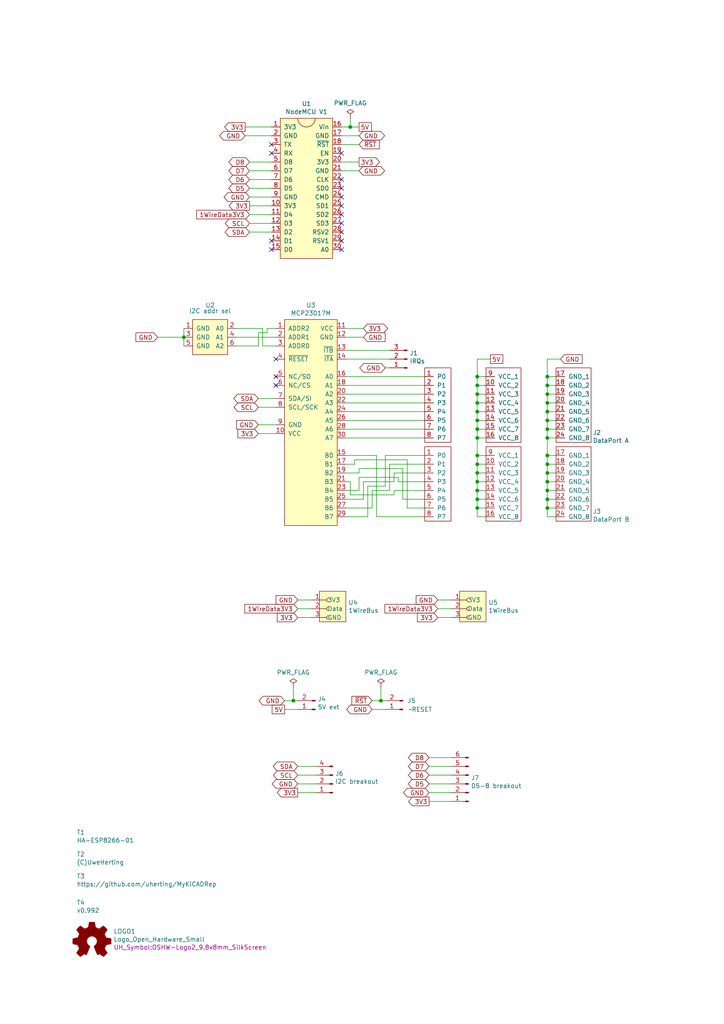
<source format=kicad_sch>
(kicad_sch (version 20210126) (generator eeschema)
  (paper "A4" portrait)
  (title_block (title "HA Std board #01") (date "2020-01-26") (rev "0.992"))
  (lib_symbols
    (symbol "Connector:Conn_01x02_Male" (pin_names (offset 1.016) hide)
      (property "Reference" "J" (at 0 2.54 0))
      (property "Value" "Conn_01x02_Male" (at 0 -5.08 0))
      (symbol "Conn_01x02_Male_1_1"
        (rectangle (start 0.8636 -2.413) (end 0 -2.667) (stroke (width 0.1524)) (fill (type outline)))
        (rectangle (start 0.8636 0.127) (end 0 -0.127) (stroke (width 0.1524)) (fill (type outline)))
        (polyline (pts (xy 1.27 -2.54) (xy 0.8636 -2.54)) (stroke (width 0.1524)))
        (polyline (pts (xy 1.27 0) (xy 0.8636 0)) (stroke (width 0.1524)))
        (pin passive line (at 5.08 0 180) (length 3.81) (name "Pin_1") (number "1"))
        (pin passive line (at 5.08 -2.54 180) (length 3.81) (name "Pin_2") (number "2"))
      )
    )
    (symbol "Connector:Conn_01x03_Male" (pin_names (offset 1.016) hide)
      (property "Reference" "J" (at 0 5.08 0))
      (property "Value" "Conn_01x03_Male" (at 0 -5.08 0))
      (symbol "Conn_01x03_Male_1_1"
        (rectangle (start 0.8636 -2.413) (end 0 -2.667) (stroke (width 0.1524)) (fill (type outline)))
        (rectangle (start 0.8636 0.127) (end 0 -0.127) (stroke (width 0.1524)) (fill (type outline)))
        (rectangle (start 0.8636 2.667) (end 0 2.413) (stroke (width 0.1524)) (fill (type outline)))
        (polyline (pts (xy 1.27 -2.54) (xy 0.8636 -2.54)) (stroke (width 0.1524)))
        (polyline (pts (xy 1.27 0) (xy 0.8636 0)) (stroke (width 0.1524)))
        (polyline (pts (xy 1.27 2.54) (xy 0.8636 2.54)) (stroke (width 0.1524)))
        (pin passive line (at 5.08 2.54 180) (length 3.81) (name "Pin_1") (number "1"))
        (pin passive line (at 5.08 0 180) (length 3.81) (name "Pin_2") (number "2"))
        (pin passive line (at 5.08 -2.54 180) (length 3.81) (name "Pin_3") (number "3"))
      )
    )
    (symbol "Connector:Conn_01x04_Male" (pin_names (offset 1.016) hide)
      (property "Reference" "J" (at 0 5.08 0))
      (property "Value" "Conn_01x04_Male" (at 0 -7.62 0))
      (symbol "Conn_01x04_Male_1_1"
        (rectangle (start 0.8636 -4.953) (end 0 -5.207) (stroke (width 0.1524)) (fill (type outline)))
        (rectangle (start 0.8636 -2.413) (end 0 -2.667) (stroke (width 0.1524)) (fill (type outline)))
        (rectangle (start 0.8636 0.127) (end 0 -0.127) (stroke (width 0.1524)) (fill (type outline)))
        (rectangle (start 0.8636 2.667) (end 0 2.413) (stroke (width 0.1524)) (fill (type outline)))
        (polyline (pts (xy 1.27 -5.08) (xy 0.8636 -5.08)) (stroke (width 0.1524)))
        (polyline (pts (xy 1.27 -2.54) (xy 0.8636 -2.54)) (stroke (width 0.1524)))
        (polyline (pts (xy 1.27 0) (xy 0.8636 0)) (stroke (width 0.1524)))
        (polyline (pts (xy 1.27 2.54) (xy 0.8636 2.54)) (stroke (width 0.1524)))
        (pin passive line (at 5.08 2.54 180) (length 3.81) (name "Pin_1") (number "1"))
        (pin passive line (at 5.08 0 180) (length 3.81) (name "Pin_2") (number "2"))
        (pin passive line (at 5.08 -2.54 180) (length 3.81) (name "Pin_3") (number "3"))
        (pin passive line (at 5.08 -5.08 180) (length 3.81) (name "Pin_4") (number "4"))
      )
    )
    (symbol "Connector:Conn_01x06_Male" (pin_names (offset 1.016) hide)
      (property "Reference" "J" (at 0 7.62 0))
      (property "Value" "Conn_01x06_Male" (at 0 -10.16 0))
      (symbol "Conn_01x06_Male_1_1"
        (rectangle (start 0.8636 -7.493) (end 0 -7.747) (stroke (width 0.1524)) (fill (type outline)))
        (rectangle (start 0.8636 -4.953) (end 0 -5.207) (stroke (width 0.1524)) (fill (type outline)))
        (rectangle (start 0.8636 -2.413) (end 0 -2.667) (stroke (width 0.1524)) (fill (type outline)))
        (rectangle (start 0.8636 0.127) (end 0 -0.127) (stroke (width 0.1524)) (fill (type outline)))
        (rectangle (start 0.8636 2.667) (end 0 2.413) (stroke (width 0.1524)) (fill (type outline)))
        (rectangle (start 0.8636 5.207) (end 0 4.953) (stroke (width 0.1524)) (fill (type outline)))
        (polyline (pts (xy 1.27 -7.62) (xy 0.8636 -7.62)) (stroke (width 0.1524)))
        (polyline (pts (xy 1.27 -5.08) (xy 0.8636 -5.08)) (stroke (width 0.1524)))
        (polyline (pts (xy 1.27 -2.54) (xy 0.8636 -2.54)) (stroke (width 0.1524)))
        (polyline (pts (xy 1.27 0) (xy 0.8636 0)) (stroke (width 0.1524)))
        (polyline (pts (xy 1.27 2.54) (xy 0.8636 2.54)) (stroke (width 0.1524)))
        (polyline (pts (xy 1.27 5.08) (xy 0.8636 5.08)) (stroke (width 0.1524)))
        (pin passive line (at 5.08 5.08 180) (length 3.81) (name "Pin_1") (number "1"))
        (pin passive line (at 5.08 2.54 180) (length 3.81) (name "Pin_2") (number "2"))
        (pin passive line (at 5.08 0 180) (length 3.81) (name "Pin_3") (number "3"))
        (pin passive line (at 5.08 -2.54 180) (length 3.81) (name "Pin_4") (number "4"))
        (pin passive line (at 5.08 -5.08 180) (length 3.81) (name "Pin_5") (number "5"))
        (pin passive line (at 5.08 -7.62 180) (length 3.81) (name "Pin_6") (number "6"))
      )
    )
    (symbol "UH_HA:(C)UweHerting" (pin_numbers hide) (pin_names (offset 0) hide)
      (property "Reference" "T" (at 0 1.27 0))
      (property "Value" "(C)UweHerting" (at 0 -2.54 0))
    )
    (symbol "UH_HA:1WireBus" (pin_names (offset 1.016))
      (property "Reference" "U" (at 0 6.35 0))
      (property "Value" "1WireBus" (at 0 -5.08 0))
      (symbol "1WireBus_0_1"
        (rectangle (start -2.54 5.08) (end 5.08 -3.81) (fill (type background)))
      )
      (symbol "1WireBus_1_1"
        (arc (start 0 -2.032) (end 0 -3.048) (radius (at 0 -2.54) (length 0.508) (angles 90.1 -90.1)) (stroke (width 0.1524)))
        (arc (start 0 0.508) (end 0 -0.508) (radius (at 0 0) (length 0.508) (angles 90.1 -90.1)) (stroke (width 0.1524)))
        (arc (start 0 3.048) (end 0 2.032) (radius (at 0 2.54) (length 0.508) (angles 90.1 -90.1)) (stroke (width 0.1524)))
        (polyline (pts (xy -1.27 -2.54) (xy -0.508 -2.54)) (stroke (width 0.1524)))
        (polyline (pts (xy -1.27 0) (xy -0.508 0)) (stroke (width 0.1524)))
        (polyline (pts (xy -1.27 2.54) (xy -0.508 2.54)) (stroke (width 0.1524)))
        (pin power_in line (at -5.08 2.54 0) (length 3.81) (name "3V3") (number "1"))
        (pin bidirectional line (at -5.08 0 0) (length 3.81) (name "Data") (number "2"))
        (pin power_in line (at -5.08 -2.54 0) (length 3.81) (name "GND") (number "3"))
      )
    )
    (symbol "UH_HA:DataPort_WithPower" (pin_names (offset 1.016))
      (property "Reference" "J" (at 0 13.97 0))
      (property "Value" "DataPort_WithPower" (at 0 -13.97 0))
      (symbol "DataPort_WithPower_0_1"
        (rectangle (start -17.78 11.43) (end -10.16 -10.16))
        (rectangle (start 0 11.43) (end 10.16 -10.16))
        (rectangle (start 20.32 11.43) (end 30.48 -10.16))
      )
      (symbol "DataPort_WithPower_1_1"
        (pin bidirectional line (at -17.78 8.89 0) (length 2.54) (name "P0") (number "1"))
        (pin power_out line (at 0 6.35 0) (length 2.54) (name "VCC_2") (number "10"))
        (pin power_out line (at 0 3.81 0) (length 2.54) (name "VCC_3") (number "11"))
        (pin power_out line (at 0 1.27 0) (length 2.54) (name "VCC_4") (number "12"))
        (pin power_out line (at 0 -1.27 0) (length 2.54) (name "VCC_5") (number "13"))
        (pin power_out line (at 0 -3.81 0) (length 2.54) (name "VCC_6") (number "14"))
        (pin power_out line (at 0 -6.35 0) (length 2.54) (name "VCC_7") (number "15"))
        (pin power_out line (at 0 -8.89 0) (length 2.54) (name "VCC_8") (number "16"))
        (pin power_out line (at 20.32 8.89 0) (length 2.54) (name "GND_1") (number "17"))
        (pin power_out line (at 20.32 6.35 0) (length 2.54) (name "GND_2") (number "18"))
        (pin power_out line (at 20.32 3.81 0) (length 2.54) (name "GND_3") (number "19"))
        (pin bidirectional line (at -17.78 6.35 0) (length 2.54) (name "P1") (number "2"))
        (pin power_out line (at 20.32 1.27 0) (length 2.54) (name "GND_4") (number "20"))
        (pin power_out line (at 20.32 -1.27 0) (length 2.54) (name "GND_5") (number "21"))
        (pin power_out line (at 20.32 -3.81 0) (length 2.54) (name "GND_6") (number "22"))
        (pin power_out line (at 20.32 -6.35 0) (length 2.54) (name "GND_7") (number "23"))
        (pin power_out line (at 20.32 -8.89 0) (length 2.54) (name "GND_8") (number "24"))
        (pin bidirectional line (at -17.78 3.81 0) (length 2.54) (name "P2") (number "3"))
        (pin bidirectional line (at -17.78 1.27 0) (length 2.54) (name "P3") (number "4"))
        (pin bidirectional line (at -17.78 -1.27 0) (length 2.54) (name "P4") (number "5"))
        (pin bidirectional line (at -17.78 -3.81 0) (length 2.54) (name "P5") (number "6"))
        (pin bidirectional line (at -17.78 -6.35 0) (length 2.54) (name "P6") (number "7"))
        (pin bidirectional line (at -17.78 -8.89 0) (length 2.54) (name "P7") (number "8"))
        (pin power_out line (at 0 8.89 0) (length 2.54) (name "VCC_1") (number "9"))
      )
    )
    (symbol "UH_HA:GithubLink_UH" (pin_numbers hide) (pin_names (offset 0) hide)
      (property "Reference" "T" (at 0 1.27 0))
      (property "Datasheet" "https://github.com/uherting/MyKiCADRep" (at 0 0 0))
    )
    (symbol "UH_HA:I2C_Address_Selection" (pin_names (offset 1.016))
      (property "Reference" "U" (at 0 6.35 0))
      (property "Value" "I2C_Address_Selection" (at 0 -6.35 0))
      (symbol "I2C_Address_Selection_0_1"
        (rectangle (start -5.08 5.08) (end 5.08 -5.08) (fill (type background)))
      )
      (symbol "I2C_Address_Selection_1_1"
        (pin power_in line (at -7.62 2.54 0) (length 2.54) (name "GND") (number "1"))
        (pin output line (at 7.62 2.54 180) (length 2.54) (name "A0") (number "2"))
        (pin power_in line (at -7.62 0 0) (length 2.54) (name "GND") (number "3"))
        (pin output line (at 7.62 0 180) (length 2.54) (name "A1") (number "4"))
        (pin power_in line (at -7.62 -2.54 0) (length 2.54) (name "GND") (number "5"))
        (pin output line (at 7.62 -2.54 180) (length 2.54) (name "A2") (number "6"))
      )
    )
    (symbol "UH_HA:Logo_Open_Hardware_Small" (pin_names (offset 1.016))
      (property "Reference" "#LOGO" (at 0 6.985 0))
      (property "Value" "Logo_Open_Hardware_Small" (at 0 -5.715 0))
      (property "Footprint" "UH_Symbol:OSHW-Logo2_9.8x8mm_SilkScreen" (at 0 -8.89 0))
      (symbol "Logo_Open_Hardware_Small_0_1"
        (polyline (pts (xy 3.3528 -4.3434) (xy 3.302 -4.318) (xy 3.175 -4.2418) (xy 2.9972 -4.1148) (xy 2.7686 -3.9624) (xy 2.54 -3.81) (xy 2.3622 -3.7084) (xy 2.2352 -3.6068) (xy 2.1844 -3.5814) (xy 2.159 -3.6068) (xy 2.0574 -3.6576) (xy 1.905 -3.7338) (xy 1.8034 -3.7846) (xy 1.6764 -3.8354) (xy 1.6002 -3.8354) (xy 1.6002 -3.8354) (xy 1.5494 -3.7338) (xy 1.4732 -3.5306) (xy 1.3462 -3.302) (xy 1.2446 -3.0226) (xy 1.1176 -2.7178) (xy 0.9652 -2.413) (xy 0.8636 -2.1082) (xy 0.7366 -1.8288) (xy 0.6604 -1.6256) (xy 0.6096 -1.4732) (xy 0.5842 -1.397) (xy 0.5842 -1.397) (xy 0.6604 -1.3208) (xy 0.7874 -1.2446) (xy 1.0414 -1.016) (xy 1.2954 -0.6858) (xy 1.4478 -0.3302) (xy 1.524 0.0762) (xy 1.4732 0.4572) (xy 1.3208 0.8128) (xy 1.0668 1.143) (xy 0.762 1.3716) (xy 0.4064 1.524) (xy 0 1.5748) (xy -0.381 1.5494) (xy -0.7366 1.397) (xy -1.0668 1.143) (xy -1.2192 0.9906) (xy -1.397 0.6604) (xy -1.524 0.3048) (xy -1.524 0.2286) (xy -1.4986 -0.1778) (xy -1.397 -0.5334) (xy -1.1938 -0.8636) (xy -0.9144 -1.143) (xy -0.8636 -1.1684) (xy -0.7366 -1.27) (xy -0.635 -1.3462) (xy -0.5842 -1.397) (xy -1.0668 -2.5908) (xy -1.143 -2.794) (xy -1.2954 -3.1242) (xy -1.397 -3.4036) (xy -1.4986 -3.6322) (xy -1.5748 -3.7846) (xy -1.6002 -3.8354) (xy -1.6002 -3.8354) (xy -1.651 -3.8354) (xy -1.7272 -3.81) (xy -1.905 -3.7338) (xy -2.0066 -3.683) (xy -2.1336 -3.6068) (xy -2.2098 -3.5814) (xy -2.2606 -3.6068) (xy -2.3622 -3.683) (xy -2.54 -3.81) (xy -2.7686 -3.9624) (xy -2.9718 -4.0894) (xy -3.1496 -4.2164) (xy -3.302 -4.318) (xy -3.3528 -4.3434) (xy -3.3782 -4.3434) (xy -3.429 -4.318) (xy -3.5306 -4.2164) (xy -3.7084 -4.064) (xy -3.937 -3.8354) (xy -3.9624 -3.81) (xy -4.1656 -3.6068) (xy -4.318 -3.4544) (xy -4.4196 -3.3274) (xy -4.445 -3.2766) (xy -4.445 -3.2766) (xy -4.4196 -3.2258) (xy -4.318 -3.0734) (xy -4.2164 -2.8956) (xy -4.064 -2.667) (xy -3.6576 -2.0828) (xy -3.8862 -1.5494) (xy -3.937 -1.3716) (xy -4.0386 -1.1684) (xy -4.0894 -1.0414) (xy -4.1148 -0.9652) (xy -4.191 -0.9398) (xy -4.318 -0.9144) (xy -4.5466 -0.8636) (xy -4.8006 -0.8128) (xy -5.0546 -0.7874) (xy -5.2578 -0.7366) (xy -5.4356 -0.7112) (xy -5.5118 -0.6858) (xy -5.5118 -0.6858) (xy -5.5372 -0.635) (xy -5.5372 -0.5588) (xy -5.5372 -0.4318) (xy -5.5626 -0.2286) (xy -5.5626 0.0762) (xy -5.5626 0.127) (xy -5.5372 0.4064) (xy -5.5372 0.635) (xy -5.5372 0.762) (xy -5.5372 0.8382) (xy -5.5372 0.8382) (xy -5.461 0.8382) (xy -5.3086 0.889) (xy -5.08 0.9144) (xy -4.826 0.9652) (xy -4.8006 0.9906) (xy -4.5466 1.0414) (xy -4.318 1.0668) (xy -4.1656 1.1176) (xy -4.0894 1.143) (xy -4.0894 1.143) (xy -4.0386 1.2446) (xy -3.9624 1.4224) (xy -3.8608 1.6256) (xy -3.7846 1.8288) (xy -3.7084 2.0066) (xy -3.6576 2.159) (xy -3.6322 2.2098) (xy -3.6322 2.2098) (xy -3.683 2.286) (xy -3.7592 2.413) (xy -3.8862 2.5908) (xy -4.064 2.8194) (xy -4.064 2.8448) (xy -4.2164 3.0734) (xy -4.3434 3.2512) (xy -4.4196 3.3782) (xy -4.445 3.4544) (xy -4.445 3.4544) (xy -4.3942 3.5052) (xy -4.2926 3.6322) (xy -4.1148 3.81) (xy -3.937 4.0132) (xy -3.8608 4.064) (xy -3.6576 4.2926) (xy -3.5052 4.4196) (xy -3.4036 4.4958) (xy -3.3528 4.5212) (xy -3.3528 4.5212) (xy -3.302 4.4704) (xy -3.1496 4.3688) (xy -2.9718 4.2418) (xy -2.7432 4.0894) (xy -2.7178 4.0894) (xy -2.4892 3.937) (xy -2.3114 3.81) (xy -2.1844 3.7084) (xy -2.1336 3.683) (xy -2.1082 3.683) (xy -2.032 3.7084) (xy -1.8542 3.7592) (xy -1.6764 3.8354) (xy -1.4732 3.937) (xy -1.27 4.0132) (xy -1.143 4.064) (xy -1.0668 4.1148) (xy -1.0668 4.1148) (xy -1.0414 4.191) (xy -1.016 4.3434) (xy -0.9652 4.572) (xy -0.9144 4.8514) (xy -0.889 4.9022) (xy -0.8382 5.1562) (xy -0.8128 5.3848) (xy -0.7874 5.5372) (xy -0.762 5.588) (xy -0.7112 5.6134) (xy -0.5842 5.6134) (xy -0.4064 5.6134) (xy -0.1524 5.6134) (xy 0.0762 5.6134) (xy 0.3302 5.6134) (xy 0.5334 5.6134) (xy 0.6858 5.588) (xy 0.7366 5.588) (xy 0.7366 5.588) (xy 0.762 5.5118) (xy 0.8128 5.334) (xy 0.8382 5.1054) (xy 0.9144 4.826) (xy 0.9144 4.7752) (xy 0.9652 4.5212) (xy 1.016 4.2926) (xy 1.0414 4.1402) (xy 1.0668 4.0894) (xy 1.0668 4.0894) (xy 1.1938 4.0386) (xy 1.3716 3.9624) (xy 1.5748 3.8608) (xy 2.0828 3.6576) (xy 2.7178 4.0894) (xy 2.7686 4.1402) (xy 2.9972 4.2926) (xy 3.175 4.4196) (xy 3.302 4.4958) (xy 3.3782 4.5212) (xy 3.3782 4.5212) (xy 3.429 4.4704) (xy 3.556 4.3434) (xy 3.7338 4.191) (xy 3.9116 3.9878) (xy 4.064 3.8354) (xy 4.2418 3.6576) (xy 4.3434 3.556) (xy 4.4196 3.4798) (xy 4.4196 3.429) (xy 4.4196 3.4036) (xy 4.3942 3.3274) (xy 4.2926 3.2004) (xy 4.1656 2.9972) (xy 4.0132 2.794) (xy 3.8862 2.5908) (xy 3.7592 2.3876) (xy 3.6576 2.2352) (xy 3.6322 2.159) (xy 3.6322 2.1336) (xy 3.683 2.0066) (xy 3.7592 1.8288) (xy 3.8608 1.6002) (xy 4.064 1.1176) (xy 4.3942 1.0414) (xy 4.5974 1.016) (xy 4.8768 0.9652) (xy 5.1308 0.9144) (xy 5.5372 0.8382) (xy 5.5626 -0.6604) (xy 5.4864 -0.6858) (xy 5.4356 -0.6858) (xy 5.2832 -0.7366) (xy 5.0546 -0.762) (xy 4.8006 -0.8128) (xy 4.5974 -0.8636) (xy 4.3688 -0.9144) (xy 4.2164 -0.9398) (xy 4.1402 -0.9398) (xy 4.1148 -0.9652) (xy 4.064 -1.0668) (xy 3.9878 -1.2446) (xy 3.9116 -1.4478) (xy 3.81 -1.651) (xy 3.7338 -1.8542) (xy 3.683 -2.0066) (xy 3.6576 -2.0828) (xy 3.683 -2.1336) (xy 3.7846 -2.2606) (xy 3.8862 -2.4638) (xy 4.0386 -2.667) (xy 4.191 -2.8956) (xy 4.318 -3.0734) (xy 4.3942 -3.2004) (xy 4.445 -3.2766) (xy 4.4196 -3.3274) (xy 4.3434 -3.429) (xy 4.1656 -3.5814) (xy 3.937 -3.8354) (xy 3.8862 -3.8608) (xy 3.683 -4.064) (xy 3.5306 -4.2164) (xy 3.4036 -4.318) (xy 3.3528 -4.3434)) (fill (type outline)))
      )
    )
    (symbol "UH_HA:MCP23017M" (pin_names (offset 1.016))
      (property "Reference" "U" (at 0 16.51 0))
      (property "Value" "MCP23017M" (at 0 19.05 0))
      (symbol "MCP23017M_0_1"
        (rectangle (start 7.62 -45.72) (end -7.62 13.97) (fill (type background)))
      )
      (symbol "MCP23017M_1_1"
        (pin input line (at -10.16 11.43 0) (length 2.54) (name "ADDR2") (number "1"))
        (pin power_in line (at -10.16 -19.05 0) (length 2.54) (name "VCC") (number "10"))
        (pin power_in line (at 10.16 11.43 180) (length 2.54) (name "VCC") (number "11"))
        (pin power_in line (at 10.16 8.89 180) (length 2.54) (name "GND") (number "12"))
        (pin output line (at 10.16 5.08 180) (length 2.54) (name "~ITB") (number "13"))
        (pin output line (at 10.16 2.54 180) (length 2.54) (name "~ITA") (number "14"))
        (pin bidirectional line (at 10.16 -25.4 180) (length 2.54) (name "B0") (number "15"))
        (pin bidirectional line (at 10.16 -2.54 180) (length 2.54) (name "A0") (number "16"))
        (pin bidirectional line (at 10.16 -27.94 180) (length 2.54) (name "B1") (number "17"))
        (pin bidirectional line (at 10.16 -5.08 180) (length 2.54) (name "A1") (number "18"))
        (pin bidirectional line (at 10.16 -30.48 180) (length 2.54) (name "B2") (number "19"))
        (pin input line (at -10.16 8.89 0) (length 2.54) (name "ADDR1") (number "2"))
        (pin bidirectional line (at 10.16 -7.62 180) (length 2.54) (name "A2") (number "20"))
        (pin bidirectional line (at 10.16 -33.02 180) (length 2.54) (name "B3") (number "21"))
        (pin bidirectional line (at 10.16 -10.16 180) (length 2.54) (name "A3") (number "22"))
        (pin bidirectional line (at 10.16 -35.56 180) (length 2.54) (name "B4") (number "23"))
        (pin bidirectional line (at 10.16 -12.7 180) (length 2.54) (name "A4") (number "24"))
        (pin bidirectional line (at 10.16 -38.1 180) (length 2.54) (name "B5") (number "25"))
        (pin bidirectional line (at 10.16 -15.24 180) (length 2.54) (name "A5") (number "26"))
        (pin bidirectional line (at 10.16 -40.64 180) (length 2.54) (name "B6") (number "27"))
        (pin bidirectional line (at 10.16 -17.78 180) (length 2.54) (name "A6") (number "28"))
        (pin bidirectional line (at 10.16 -43.18 180) (length 2.54) (name "B7") (number "29"))
        (pin input line (at -10.16 6.35 0) (length 2.54) (name "ADDR0") (number "3"))
        (pin bidirectional line (at 10.16 -20.32 180) (length 2.54) (name "A7") (number "30"))
        (pin input line (at -10.16 2.54 0) (length 2.54) (name "~RESET") (number "4"))
        (pin no_connect line (at -10.16 -2.54 0) (length 2.54) (name "NC/SO") (number "5"))
        (pin no_connect line (at -10.16 -5.08 0) (length 2.54) (name "NC/CS") (number "6"))
        (pin bidirectional line (at -10.16 -8.89 0) (length 2.54) (name "SDA/SI") (number "7"))
        (pin bidirectional line (at -10.16 -11.43 0) (length 2.54) (name "SCL/SCK") (number "8"))
        (pin power_in line (at -10.16 -16.51 0) (length 2.54) (name "GND") (number "9"))
      )
    )
    (symbol "UH_HA:NodeMCUv1M" (pin_names (offset 1.016))
      (property "Reference" "U" (at 0 22.86 0))
      (property "Value" "NodeMCUv1M" (at 0 -20.32 0))
      (symbol "NodeMCUv1M_0_1"
        (arc (start -2.54 21.59) (end 2.54 21.59) (radius (at 0 21.59) (length 2.54) (angles -179.9 -0.1)))
        (rectangle (start -7.62 21.59) (end 7.62 -19.05) (fill (type background)))
      )
      (symbol "NodeMCUv1M_1_1"
        (pin power_out line (at -10.16 19.05 0) (length 2.54) (name "3V3") (number "1"))
        (pin power_out line (at -10.16 -3.81 0) (length 2.54) (name "3V3") (number "10"))
        (pin bidirectional line (at -10.16 -6.35 0) (length 2.54) (name "D4") (number "11"))
        (pin bidirectional line (at -10.16 -8.89 0) (length 2.54) (name "D3") (number "12"))
        (pin bidirectional line (at -10.16 -11.43 0) (length 2.54) (name "D2") (number "13"))
        (pin bidirectional line (at -10.16 -13.97 0) (length 2.54) (name "D1") (number "14"))
        (pin bidirectional line (at -10.16 -16.51 0) (length 2.54) (name "D0") (number "15"))
        (pin power_in line (at 10.16 19.05 180) (length 2.54) (name "Vin") (number "16"))
        (pin power_in line (at 10.16 16.51 180) (length 2.54) (name "GND") (number "17"))
        (pin power_in line (at 10.16 13.97 180) (length 2.54) (name "~RST") (number "18"))
        (pin power_in line (at 10.16 11.43 180) (length 2.54) (name "EN") (number "19"))
        (pin power_out line (at -10.16 16.51 0) (length 2.54) (name "GND") (number "2"))
        (pin power_out line (at 10.16 8.89 180) (length 2.54) (name "3V3") (number "20"))
        (pin power_in line (at 10.16 6.35 180) (length 2.54) (name "GND") (number "21"))
        (pin unspecified line (at 10.16 3.81 180) (length 2.54) (name "CLK") (number "22"))
        (pin unspecified line (at 10.16 1.27 180) (length 2.54) (name "SD0") (number "23"))
        (pin unspecified line (at 10.16 -1.27 180) (length 2.54) (name "CMD") (number "24"))
        (pin unspecified line (at 10.16 -3.81 180) (length 2.54) (name "SD1") (number "25"))
        (pin unspecified line (at 10.16 -6.35 180) (length 2.54) (name "SD2") (number "26"))
        (pin unspecified line (at 10.16 -8.89 180) (length 2.54) (name "SD3") (number "27"))
        (pin no_connect line (at 10.16 -11.43 180) (length 2.54) (name "RSV2") (number "28"))
        (pin no_connect line (at 10.16 -13.97 180) (length 2.54) (name "RSV1") (number "29"))
        (pin bidirectional line (at -10.16 13.97 0) (length 2.54) (name "TX") (number "3"))
        (pin input line (at 10.16 -16.51 180) (length 2.54) (name "A0") (number "30"))
        (pin bidirectional line (at -10.16 11.43 0) (length 2.54) (name "RX") (number "4"))
        (pin bidirectional line (at -10.16 8.89 0) (length 2.54) (name "D8") (number "5"))
        (pin bidirectional line (at -10.16 6.35 0) (length 2.54) (name "D7") (number "6"))
        (pin bidirectional line (at -10.16 3.81 0) (length 2.54) (name "D6") (number "7"))
        (pin bidirectional line (at -10.16 1.27 0) (length 2.54) (name "D5") (number "8"))
        (pin power_out line (at -10.16 -1.27 0) (length 2.54) (name "GND") (number "9"))
      )
    )
    (symbol "UH_HA:PCB_Name" (pin_numbers hide) (pin_names (offset 0) hide)
      (property "Reference" "T" (at 0 1.27 0))
      (property "Value" "PCB_Name" (at 0 -2.54 0))
    )
    (symbol "UH_HA:PCB_Version" (pin_numbers hide) (pin_names (offset 0) hide)
      (property "Reference" "T" (at 0 1.27 0))
      (property "Value" "PCB_Version" (at 0 -2.54 0))
    )
    (symbol "power:PWR_FLAG" (power) (pin_numbers hide) (pin_names (offset 0) hide)
      (property "Value" "PWR_FLAG" (at 0 3.81 0))
      (symbol "PWR_FLAG_0_0"
        (pin power_out line (at 0 0 90) (length 0) (name "pwr") (number "1"))
      )
      (symbol "PWR_FLAG_0_1"
        (polyline (pts (xy 0 0) (xy 0 1.27) (xy -1.016 1.905) (xy 0 2.54) (xy 1.016 1.905) (xy 0 1.27)))
      )
    )
  )
  (junction (at 53.34 97.79) (diameter 0.9144))
  (junction (at 85.09 203.2) (diameter 0.9144))
  (junction (at 101.6 36.83) (diameter 0.9144))
  (junction (at 110.49 203.2) (diameter 0.9144))
  (junction (at 138.43 109.22) (diameter 0.9144))
  (junction (at 138.43 111.76) (diameter 0.9144))
  (junction (at 138.43 114.3) (diameter 0.9144))
  (junction (at 138.43 116.84) (diameter 0.9144))
  (junction (at 138.43 119.38) (diameter 0.9144))
  (junction (at 138.43 121.92) (diameter 0.9144))
  (junction (at 138.43 124.46) (diameter 0.9144))
  (junction (at 138.43 127) (diameter 0.9144))
  (junction (at 138.43 132.08) (diameter 0.9144))
  (junction (at 138.43 134.62) (diameter 0.9144))
  (junction (at 138.43 137.16) (diameter 0.9144))
  (junction (at 138.43 139.7) (diameter 0.9144))
  (junction (at 138.43 142.24) (diameter 0.9144))
  (junction (at 138.43 144.78) (diameter 0.9144))
  (junction (at 138.43 147.32) (diameter 0.9144))
  (junction (at 158.75 109.22) (diameter 0.9144))
  (junction (at 158.75 111.76) (diameter 0.9144))
  (junction (at 158.75 114.3) (diameter 0.9144))
  (junction (at 158.75 116.84) (diameter 0.9144))
  (junction (at 158.75 119.38) (diameter 0.9144))
  (junction (at 158.75 121.92) (diameter 0.9144))
  (junction (at 158.75 124.46) (diameter 0.9144))
  (junction (at 158.75 127) (diameter 0.9144))
  (junction (at 158.75 132.08) (diameter 0.9144))
  (junction (at 158.75 134.62) (diameter 0.9144))
  (junction (at 158.75 137.16) (diameter 0.9144))
  (junction (at 158.75 139.7) (diameter 0.9144))
  (junction (at 158.75 142.24) (diameter 0.9144))
  (junction (at 158.75 144.78) (diameter 0.9144))
  (junction (at 158.75 147.32) (diameter 0.9144))
  (no_connect (at 78.74 41.91))
  (no_connect (at 78.74 44.45))
  (no_connect (at 78.74 69.85))
  (no_connect (at 78.74 72.39))
  (no_connect (at 80.01 104.14))
  (no_connect (at 80.01 109.22))
  (no_connect (at 80.01 111.76))
  (no_connect (at 99.06 44.45))
  (no_connect (at 99.06 52.07))
  (no_connect (at 99.06 54.61))
  (no_connect (at 99.06 57.15))
  (no_connect (at 99.06 59.69))
  (no_connect (at 99.06 62.23))
  (no_connect (at 99.06 64.77))
  (no_connect (at 99.06 67.31))
  (no_connect (at 99.06 69.85))
  (no_connect (at 99.06 72.39))
  (wire (pts (xy 45.72 97.79) (xy 53.34 97.79)))
  (wire (pts (xy 53.34 95.25) (xy 53.34 97.79)))
  (wire (pts (xy 53.34 97.79) (xy 53.34 100.33)))
  (wire (pts (xy 68.58 97.79) (xy 80.01 97.79)))
  (wire (pts (xy 71.12 36.83) (xy 78.74 36.83)))
  (wire (pts (xy 71.12 39.37) (xy 78.74 39.37)))
  (wire (pts (xy 72.39 46.99) (xy 78.74 46.99)))
  (wire (pts (xy 72.39 49.53) (xy 78.74 49.53)))
  (wire (pts (xy 72.39 54.61) (xy 78.74 54.61)))
  (wire (pts (xy 72.39 59.69) (xy 78.74 59.69)))
  (wire (pts (xy 72.39 62.23) (xy 78.74 62.23)))
  (wire (pts (xy 72.39 64.77) (xy 78.74 64.77)))
  (wire (pts (xy 74.93 96.52) (xy 74.93 100.33)))
  (wire (pts (xy 74.93 100.33) (xy 68.58 100.33)))
  (wire (pts (xy 74.93 118.11) (xy 80.01 118.11)))
  (wire (pts (xy 74.93 123.19) (xy 80.01 123.19)))
  (wire (pts (xy 76.2 95.25) (xy 68.58 95.25)))
  (wire (pts (xy 76.2 100.33) (xy 76.2 95.25)))
  (wire (pts (xy 77.47 95.25) (xy 77.47 96.52)))
  (wire (pts (xy 77.47 96.52) (xy 74.93 96.52)))
  (wire (pts (xy 78.74 52.07) (xy 72.39 52.07)))
  (wire (pts (xy 78.74 57.15) (xy 72.39 57.15)))
  (wire (pts (xy 78.74 67.31) (xy 72.39 67.31)))
  (wire (pts (xy 80.01 95.25) (xy 77.47 95.25)))
  (wire (pts (xy 80.01 100.33) (xy 76.2 100.33)))
  (wire (pts (xy 80.01 115.57) (xy 74.93 115.57)))
  (wire (pts (xy 80.01 125.73) (xy 74.93 125.73)))
  (wire (pts (xy 85.09 199.39) (xy 85.09 203.2)))
  (wire (pts (xy 85.09 203.2) (xy 82.55 203.2)))
  (wire (pts (xy 86.36 173.99) (xy 90.17 173.99)))
  (wire (pts (xy 86.36 179.07) (xy 90.17 179.07)))
  (wire (pts (xy 86.36 203.2) (xy 85.09 203.2)))
  (wire (pts (xy 86.36 205.74) (xy 82.55 205.74)))
  (wire (pts (xy 86.36 222.25) (xy 91.44 222.25)))
  (wire (pts (xy 86.36 227.33) (xy 91.44 227.33)))
  (wire (pts (xy 90.17 176.53) (xy 86.36 176.53)))
  (wire (pts (xy 91.44 224.79) (xy 86.36 224.79)))
  (wire (pts (xy 91.44 229.87) (xy 86.36 229.87)))
  (wire (pts (xy 99.06 36.83) (xy 101.6 36.83)))
  (wire (pts (xy 99.06 39.37) (xy 104.14 39.37)))
  (wire (pts (xy 99.06 41.91) (xy 104.14 41.91)))
  (wire (pts (xy 99.06 46.99) (xy 104.14 46.99)))
  (wire (pts (xy 100.33 95.25) (xy 105.41 95.25)))
  (wire (pts (xy 100.33 101.6) (xy 113.03 101.6)))
  (wire (pts (xy 100.33 104.14) (xy 113.03 104.14)))
  (wire (pts (xy 100.33 111.76) (xy 123.19 111.76)))
  (wire (pts (xy 100.33 114.3) (xy 123.19 114.3)))
  (wire (pts (xy 100.33 119.38) (xy 123.19 119.38)))
  (wire (pts (xy 100.33 121.92) (xy 123.19 121.92)))
  (wire (pts (xy 100.33 132.08) (xy 109.22 132.08)))
  (wire (pts (xy 100.33 139.7) (xy 101.6 139.7)))
  (wire (pts (xy 100.33 144.78) (xy 105.41 144.78)))
  (wire (pts (xy 100.33 149.86) (xy 106.68 149.86)))
  (wire (pts (xy 101.6 34.29) (xy 101.6 36.83)))
  (wire (pts (xy 101.6 36.83) (xy 104.14 36.83)))
  (wire (pts (xy 101.6 139.7) (xy 101.6 143.51)))
  (wire (pts (xy 101.6 143.51) (xy 114.3 143.51)))
  (wire (pts (xy 102.87 133.35) (xy 102.87 134.62)))
  (wire (pts (xy 102.87 134.62) (xy 100.33 134.62)))
  (wire (pts (xy 104.14 49.53) (xy 99.06 49.53)))
  (wire (pts (xy 104.14 135.89) (xy 104.14 137.16)))
  (wire (pts (xy 104.14 137.16) (xy 100.33 137.16)))
  (wire (pts (xy 104.14 138.43) (xy 104.14 142.24)))
  (wire (pts (xy 104.14 142.24) (xy 100.33 142.24)))
  (wire (pts (xy 105.41 97.79) (xy 100.33 97.79)))
  (wire (pts (xy 105.41 139.7) (xy 114.3 139.7)))
  (wire (pts (xy 105.41 144.78) (xy 105.41 139.7)))
  (wire (pts (xy 106.68 140.97) (xy 111.76 140.97)))
  (wire (pts (xy 106.68 149.86) (xy 106.68 140.97)))
  (wire (pts (xy 107.95 142.24) (xy 107.95 147.32)))
  (wire (pts (xy 107.95 147.32) (xy 100.33 147.32)))
  (wire (pts (xy 107.95 205.74) (xy 111.76 205.74)))
  (wire (pts (xy 109.22 132.08) (xy 109.22 149.86)))
  (wire (pts (xy 109.22 149.86) (xy 123.19 149.86)))
  (wire (pts (xy 110.49 199.39) (xy 110.49 203.2)))
  (wire (pts (xy 110.49 203.2) (xy 107.95 203.2)))
  (wire (pts (xy 111.76 132.08) (xy 123.19 132.08)))
  (wire (pts (xy 111.76 140.97) (xy 111.76 132.08)))
  (wire (pts (xy 111.76 203.2) (xy 110.49 203.2)))
  (wire (pts (xy 113.03 106.68) (xy 111.76 106.68)))
  (wire (pts (xy 113.03 134.62) (xy 113.03 142.24)))
  (wire (pts (xy 113.03 142.24) (xy 107.95 142.24)))
  (wire (pts (xy 114.3 137.16) (xy 123.19 137.16)))
  (wire (pts (xy 114.3 139.7) (xy 114.3 137.16)))
  (wire (pts (xy 114.3 142.24) (xy 123.19 142.24)))
  (wire (pts (xy 114.3 143.51) (xy 114.3 142.24)))
  (wire (pts (xy 115.57 138.43) (xy 104.14 138.43)))
  (wire (pts (xy 115.57 139.7) (xy 115.57 138.43)))
  (wire (pts (xy 116.84 135.89) (xy 104.14 135.89)))
  (wire (pts (xy 116.84 144.78) (xy 116.84 135.89)))
  (wire (pts (xy 118.11 133.35) (xy 102.87 133.35)))
  (wire (pts (xy 118.11 147.32) (xy 118.11 133.35)))
  (wire (pts (xy 123.19 109.22) (xy 100.33 109.22)))
  (wire (pts (xy 123.19 116.84) (xy 100.33 116.84)))
  (wire (pts (xy 123.19 124.46) (xy 100.33 124.46)))
  (wire (pts (xy 123.19 127) (xy 100.33 127)))
  (wire (pts (xy 123.19 134.62) (xy 113.03 134.62)))
  (wire (pts (xy 123.19 139.7) (xy 115.57 139.7)))
  (wire (pts (xy 123.19 144.78) (xy 116.84 144.78)))
  (wire (pts (xy 123.19 147.32) (xy 118.11 147.32)))
  (wire (pts (xy 124.46 222.25) (xy 130.81 222.25)))
  (wire (pts (xy 124.46 227.33) (xy 130.81 227.33)))
  (wire (pts (xy 124.46 232.41) (xy 130.81 232.41)))
  (wire (pts (xy 127 173.99) (xy 130.81 173.99)))
  (wire (pts (xy 127 179.07) (xy 130.81 179.07)))
  (wire (pts (xy 130.81 176.53) (xy 127 176.53)))
  (wire (pts (xy 130.81 219.71) (xy 124.46 219.71)))
  (wire (pts (xy 130.81 224.79) (xy 124.46 224.79)))
  (wire (pts (xy 130.81 229.87) (xy 124.46 229.87)))
  (wire (pts (xy 138.43 104.14) (xy 138.43 109.22)))
  (wire (pts (xy 138.43 109.22) (xy 138.43 111.76)))
  (wire (pts (xy 138.43 111.76) (xy 138.43 114.3)))
  (wire (pts (xy 138.43 114.3) (xy 138.43 116.84)))
  (wire (pts (xy 138.43 116.84) (xy 138.43 119.38)))
  (wire (pts (xy 138.43 119.38) (xy 138.43 121.92)))
  (wire (pts (xy 138.43 121.92) (xy 138.43 124.46)))
  (wire (pts (xy 138.43 124.46) (xy 138.43 127)))
  (wire (pts (xy 138.43 127) (xy 138.43 132.08)))
  (wire (pts (xy 138.43 132.08) (xy 138.43 134.62)))
  (wire (pts (xy 138.43 134.62) (xy 138.43 137.16)))
  (wire (pts (xy 138.43 137.16) (xy 138.43 139.7)))
  (wire (pts (xy 138.43 139.7) (xy 138.43 142.24)))
  (wire (pts (xy 138.43 142.24) (xy 138.43 144.78)))
  (wire (pts (xy 138.43 144.78) (xy 138.43 147.32)))
  (wire (pts (xy 138.43 147.32) (xy 138.43 149.86)))
  (wire (pts (xy 140.97 109.22) (xy 138.43 109.22)))
  (wire (pts (xy 140.97 111.76) (xy 138.43 111.76)))
  (wire (pts (xy 140.97 114.3) (xy 138.43 114.3)))
  (wire (pts (xy 140.97 116.84) (xy 138.43 116.84)))
  (wire (pts (xy 140.97 119.38) (xy 138.43 119.38)))
  (wire (pts (xy 140.97 121.92) (xy 138.43 121.92)))
  (wire (pts (xy 140.97 124.46) (xy 138.43 124.46)))
  (wire (pts (xy 140.97 127) (xy 138.43 127)))
  (wire (pts (xy 140.97 132.08) (xy 138.43 132.08)))
  (wire (pts (xy 140.97 134.62) (xy 138.43 134.62)))
  (wire (pts (xy 140.97 137.16) (xy 138.43 137.16)))
  (wire (pts (xy 140.97 139.7) (xy 138.43 139.7)))
  (wire (pts (xy 140.97 142.24) (xy 138.43 142.24)))
  (wire (pts (xy 140.97 144.78) (xy 138.43 144.78)))
  (wire (pts (xy 140.97 147.32) (xy 138.43 147.32)))
  (wire (pts (xy 140.97 149.86) (xy 138.43 149.86)))
  (wire (pts (xy 142.24 104.14) (xy 138.43 104.14)))
  (wire (pts (xy 158.75 104.14) (xy 158.75 109.22)))
  (wire (pts (xy 158.75 109.22) (xy 158.75 111.76)))
  (wire (pts (xy 158.75 111.76) (xy 158.75 114.3)))
  (wire (pts (xy 158.75 114.3) (xy 158.75 116.84)))
  (wire (pts (xy 158.75 116.84) (xy 158.75 119.38)))
  (wire (pts (xy 158.75 119.38) (xy 158.75 121.92)))
  (wire (pts (xy 158.75 121.92) (xy 158.75 124.46)))
  (wire (pts (xy 158.75 124.46) (xy 158.75 127)))
  (wire (pts (xy 158.75 127) (xy 158.75 132.08)))
  (wire (pts (xy 158.75 132.08) (xy 158.75 134.62)))
  (wire (pts (xy 158.75 134.62) (xy 158.75 137.16)))
  (wire (pts (xy 158.75 137.16) (xy 158.75 139.7)))
  (wire (pts (xy 158.75 139.7) (xy 158.75 142.24)))
  (wire (pts (xy 158.75 142.24) (xy 158.75 144.78)))
  (wire (pts (xy 158.75 144.78) (xy 158.75 147.32)))
  (wire (pts (xy 158.75 147.32) (xy 158.75 149.86)))
  (wire (pts (xy 161.29 109.22) (xy 158.75 109.22)))
  (wire (pts (xy 161.29 111.76) (xy 158.75 111.76)))
  (wire (pts (xy 161.29 114.3) (xy 158.75 114.3)))
  (wire (pts (xy 161.29 116.84) (xy 158.75 116.84)))
  (wire (pts (xy 161.29 119.38) (xy 158.75 119.38)))
  (wire (pts (xy 161.29 121.92) (xy 158.75 121.92)))
  (wire (pts (xy 161.29 124.46) (xy 158.75 124.46)))
  (wire (pts (xy 161.29 127) (xy 158.75 127)))
  (wire (pts (xy 161.29 132.08) (xy 158.75 132.08)))
  (wire (pts (xy 161.29 134.62) (xy 158.75 134.62)))
  (wire (pts (xy 161.29 137.16) (xy 158.75 137.16)))
  (wire (pts (xy 161.29 139.7) (xy 158.75 139.7)))
  (wire (pts (xy 161.29 142.24) (xy 158.75 142.24)))
  (wire (pts (xy 161.29 144.78) (xy 158.75 144.78)))
  (wire (pts (xy 161.29 147.32) (xy 158.75 147.32)))
  (wire (pts (xy 161.29 149.86) (xy 158.75 149.86)))
  (wire (pts (xy 162.56 104.14) (xy 158.75 104.14)))
  (global_label "GND" (shape input) (at 45.72 97.79 180) (property "Intersheet References" "${INTERSHEET_REFS}" (effects hide)))
  (global_label "3V3" (shape output) (at 71.12 36.83 180) (property "Intersheet References" "${INTERSHEET_REFS}" (effects hide)))
  (global_label "GND" (shape bidirectional) (at 71.12 39.37 180) (property "Intersheet References" "${INTERSHEET_REFS}" (effects hide)))
  (global_label "D8" (shape bidirectional) (at 72.39 46.99 180) (property "Intersheet References" "${INTERSHEET_REFS}" (effects hide)))
  (global_label "D7" (shape bidirectional) (at 72.39 49.53 180) (property "Intersheet References" "${INTERSHEET_REFS}" (effects hide)))
  (global_label "D6" (shape bidirectional) (at 72.39 52.07 180) (property "Intersheet References" "${INTERSHEET_REFS}" (effects hide)))
  (global_label "D5" (shape bidirectional) (at 72.39 54.61 180) (property "Intersheet References" "${INTERSHEET_REFS}" (effects hide)))
  (global_label "GND" (shape bidirectional) (at 72.39 57.15 180) (property "Intersheet References" "${INTERSHEET_REFS}" (effects hide)))
  (global_label "3V3" (shape output) (at 72.39 59.69 180) (property "Intersheet References" "${INTERSHEET_REFS}" (effects hide)))
  (global_label "1WireData3V3" (shape input) (at 72.39 62.23 180) (property "Intersheet References" "${INTERSHEET_REFS}" (effects hide)))
  (global_label "SCL" (shape bidirectional) (at 72.39 64.77 180) (property "Intersheet References" "${INTERSHEET_REFS}" (effects hide)))
  (global_label "SDA" (shape bidirectional) (at 72.39 67.31 180) (property "Intersheet References" "${INTERSHEET_REFS}" (effects hide)))
  (global_label "SDA" (shape bidirectional) (at 74.93 115.57 180) (property "Intersheet References" "${INTERSHEET_REFS}" (effects hide)))
  (global_label "SCL" (shape bidirectional) (at 74.93 118.11 180) (property "Intersheet References" "${INTERSHEET_REFS}" (effects hide)))
  (global_label "GND" (shape input) (at 74.93 123.19 180) (property "Intersheet References" "${INTERSHEET_REFS}" (effects hide)))
  (global_label "3V3" (shape input) (at 74.93 125.73 180) (property "Intersheet References" "${INTERSHEET_REFS}" (effects hide)))
  (global_label "GND" (shape bidirectional) (at 82.55 203.2 180) (property "Intersheet References" "${INTERSHEET_REFS}" (effects hide)))
  (global_label "5V" (shape passive) (at 82.55 205.74 180) (property "Intersheet References" "${INTERSHEET_REFS}" (effects hide)))
  (global_label "GND" (shape input) (at 86.36 173.99 180) (property "Intersheet References" "${INTERSHEET_REFS}" (effects hide)))
  (global_label "1WireData3V3" (shape input) (at 86.36 176.53 180) (property "Intersheet References" "${INTERSHEET_REFS}" (effects hide)))
  (global_label "3V3" (shape input) (at 86.36 179.07 180) (property "Intersheet References" "${INTERSHEET_REFS}" (effects hide)))
  (global_label "SDA" (shape bidirectional) (at 86.36 222.25 180) (property "Intersheet References" "${INTERSHEET_REFS}" (effects hide)))
  (global_label "SCL" (shape bidirectional) (at 86.36 224.79 180) (property "Intersheet References" "${INTERSHEET_REFS}" (effects hide)))
  (global_label "GND" (shape bidirectional) (at 86.36 227.33 180) (property "Intersheet References" "${INTERSHEET_REFS}" (effects hide)))
  (global_label "3V3" (shape output) (at 86.36 229.87 180) (property "Intersheet References" "${INTERSHEET_REFS}" (effects hide)))
  (global_label "5V" (shape passive) (at 104.14 36.83 0) (property "Intersheet References" "${INTERSHEET_REFS}" (effects hide)))
  (global_label "GND" (shape bidirectional) (at 104.14 39.37 0) (property "Intersheet References" "${INTERSHEET_REFS}" (effects hide)))
  (global_label "~RST" (shape input) (at 104.14 41.91 0) (property "Intersheet References" "${INTERSHEET_REFS}" (effects hide)))
  (global_label "3V3" (shape output) (at 104.14 46.99 0) (property "Intersheet References" "${INTERSHEET_REFS}" (effects hide)))
  (global_label "GND" (shape bidirectional) (at 104.14 49.53 0) (property "Intersheet References" "${INTERSHEET_REFS}" (effects hide)))
  (global_label "3V3" (shape bidirectional) (at 105.41 95.25 0) (property "Intersheet References" "${INTERSHEET_REFS}" (effects hide)))
  (global_label "GND" (shape input) (at 105.41 97.79 0) (property "Intersheet References" "${INTERSHEET_REFS}" (effects hide)))
  (global_label "~RST" (shape input) (at 107.95 203.2 180) (property "Intersheet References" "${INTERSHEET_REFS}" (effects hide)))
  (global_label "GND" (shape bidirectional) (at 107.95 205.74 180) (property "Intersheet References" "${INTERSHEET_REFS}" (effects hide)))
  (global_label "GND" (shape bidirectional) (at 111.76 106.68 180) (property "Intersheet References" "${INTERSHEET_REFS}" (effects hide)))
  (global_label "D8" (shape bidirectional) (at 124.46 219.71 180) (property "Intersheet References" "${INTERSHEET_REFS}" (effects hide)))
  (global_label "D7" (shape bidirectional) (at 124.46 222.25 180) (property "Intersheet References" "${INTERSHEET_REFS}" (effects hide)))
  (global_label "D6" (shape bidirectional) (at 124.46 224.79 180) (property "Intersheet References" "${INTERSHEET_REFS}" (effects hide)))
  (global_label "D5" (shape bidirectional) (at 124.46 227.33 180) (property "Intersheet References" "${INTERSHEET_REFS}" (effects hide)))
  (global_label "GND" (shape bidirectional) (at 124.46 229.87 180) (property "Intersheet References" "${INTERSHEET_REFS}" (effects hide)))
  (global_label "3V3" (shape output) (at 124.46 232.41 180) (property "Intersheet References" "${INTERSHEET_REFS}" (effects hide)))
  (global_label "GND" (shape input) (at 127 173.99 180) (property "Intersheet References" "${INTERSHEET_REFS}" (effects hide)))
  (global_label "1WireData3V3" (shape input) (at 127 176.53 180) (property "Intersheet References" "${INTERSHEET_REFS}" (effects hide)))
  (global_label "3V3" (shape input) (at 127 179.07 180) (property "Intersheet References" "${INTERSHEET_REFS}" (effects hide)))
  (global_label "5V" (shape passive) (at 142.24 104.14 0) (property "Intersheet References" "${INTERSHEET_REFS}" (effects hide)))
  (global_label "GND" (shape input) (at 162.56 104.14 0) (property "Intersheet References" "${INTERSHEET_REFS}" (effects hide)))
  (symbol (lib_id "UH_HA:PCB_Name") (at 21.59 242.57 0) (unit 1)
    (property "Reference" "T1" (at 22.225 241.4016 0) (effects (justify left)))
    (property "Value" "HA-ESP8266-01" (at 22.225 243.713 0) (effects (justify left)))
    (property "Footprint" "UH_HA:PCB_Name" (effects hide))
  )
  (symbol (lib_id "UH_HA:(C)UweHerting") (at 21.59 248.92 0) (unit 1)
    (property "Reference" "T2" (at 22.225 247.7516 0) (effects (justify left)))
    (property "Value" "(C)UweHerting" (at 22.225 250.063 0) (effects (justify left)))
    (property "Footprint" "UH_HA:Copyright-Uwe_Herting" (effects hide))
  )
  (symbol (lib_id "UH_HA:GithubLink_UH") (at 21.59 255.27 0) (unit 1)
    (property "Reference" "T3" (at 22.225 254.1016 0) (effects (justify left)))
    (property "Value" "https://github.com/uherting/MyKiCADRep" (at 22.225 256.413 0) (effects (justify left)))
    (property "Footprint" "UH_HA:GithubLink_UH" (effects hide))
  )
  (symbol (lib_id "UH_HA:PCB_Version") (at 21.59 262.89 0) (unit 1)
    (property "Reference" "T4" (at 22.225 261.747 0) (effects (justify left)))
    (property "Value" "v0.992" (at 22.225 264.033 0) (effects (justify left)))
    (property "Footprint" "UH_HA:PCB_Version" (effects hide))
  )
  (symbol (lib_id "power:PWR_FLAG") (at 85.09 199.39 0) (unit 1)
    (property "Reference" "#FLG0101" (effects hide))
    (property "Value" "PWR_FLAG" (at 85.09 194.9958 0))
  )
  (symbol (lib_id "power:PWR_FLAG") (at 101.6 34.29 0) (unit 1)
    (property "Reference" "#FLG0103" (effects hide))
    (property "Value" "PWR_FLAG" (at 101.6 29.8958 0))
  )
  (symbol (lib_id "power:PWR_FLAG") (at 110.49 199.39 0) (unit 1)
    (property "Reference" "#FLG0102" (effects hide))
    (property "Value" "PWR_FLAG" (at 110.49 194.9958 0))
  )
  (symbol (lib_id "Connector:Conn_01x02_Male") (at 91.44 205.74 180) (unit 1)
    (property "Reference" "J4" (at 92.1512 202.7428 0) (effects (justify right)))
    (property "Value" "5V ext" (at 92.1512 205.0542 0) (effects (justify right)))
    (property "Footprint" "Connector_PinHeader_2.54mm:PinHeader_1x02_P2.54mm_Vertical" (effects hide))
  )
  (symbol (lib_id "Connector:Conn_01x02_Male") (at 116.84 205.74 180) (unit 1)
    (property "Reference" "J5" (at 119.38 203.2 0))
    (property "Value" "~RESET" (at 121.92 205.74 0))
    (property "Footprint" "Connector_PinHeader_2.54mm:PinHeader_1x02_P2.54mm_Horizontal" (effects hide))
  )
  (symbol (lib_id "Connector:Conn_01x03_Male") (at 118.11 104.14 180) (unit 1)
    (property "Reference" "J1" (at 118.8212 102.4128 0) (effects (justify right)))
    (property "Value" "IRQs" (at 118.8212 104.7242 0) (effects (justify right)))
    (property "Footprint" "Connector_PinHeader_2.54mm:PinHeader_1x03_P2.54mm_Vertical" (effects hide))
  )
  (symbol (lib_id "Connector:Conn_01x04_Male") (at 96.52 227.33 180) (unit 1)
    (property "Reference" "J6" (at 97.2312 224.3328 0) (effects (justify right)))
    (property "Value" "I2C breakout" (at 97.2312 226.6442 0) (effects (justify right)))
    (property "Footprint" "Connector_PinHeader_2.54mm:PinHeader_1x04_P2.54mm_Horizontal" (effects hide))
  )
  (symbol (lib_id "Connector:Conn_01x06_Male") (at 135.89 227.33 180) (unit 1)
    (property "Reference" "J7" (at 136.6012 225.6028 0) (effects (justify right)))
    (property "Value" "D5-8 breakout" (at 136.6012 227.9142 0) (effects (justify right)))
    (property "Footprint" "Connector_PinHeader_2.54mm:PinHeader_1x06_P2.54mm_Vertical" (effects hide))
  )
  (symbol (lib_id "UH_HA:1WireBus") (at 95.25 176.53 0) (unit 1)
    (property "Reference" "U4" (at 101.0158 174.7266 0) (effects (justify left)))
    (property "Value" "1WireBus" (at 101.0158 177.038 0) (effects (justify left)))
    (property "Footprint" "UH_HA:1WireBus" (effects hide))
  )
  (symbol (lib_id "UH_HA:1WireBus") (at 135.89 176.53 0) (unit 1)
    (property "Reference" "U5" (at 141.6558 174.7266 0) (effects (justify left)))
    (property "Value" "1WireBus" (at 141.6558 177.038 0) (effects (justify left)))
    (property "Footprint" "UH_HA:1WireBus" (effects hide))
  )
  (symbol (lib_id "UH_HA:Logo_Open_Hardware_Small") (at 26.67 273.05 0) (unit 1)
    (property "Reference" "LOGO1" (at 32.9438 270.1036 0) (effects (justify left)))
    (property "Value" "Logo_Open_Hardware_Small" (at 32.9438 272.415 0) (effects (justify left)))
    (property "Footprint" "UH_Symbol:OSHW-Logo2_9.8x8mm_SilkScreen" (at 32.9438 274.7264 0) (effects (justify left)))
  )
  (symbol (lib_id "UH_HA:I2C_Address_Selection") (at 60.96 97.79 0) (unit 1)
    (property "Reference" "U2" (at 60.96 88.519 0))
    (property "Value" "I2C addr sel" (at 60.96 90.17 0))
    (property "Footprint" "UH_HA:I2C_Address_Selection" (effects hide))
  )
  (symbol (lib_id "UH_HA:NodeMCUv1M") (at 88.9 55.88 0) (unit 1)
    (property "Reference" "U1" (at 88.9 30.099 0))
    (property "Value" "NodeMCU V1" (at 88.9 32.4104 0))
    (property "Footprint" "UH_HA:Module_NodeMcu_v1" (effects hide))
  )
  (symbol (lib_id "UH_HA:DataPort_WithPower") (at 140.97 118.11 0) (unit 1)
    (property "Reference" "J2" (at 171.9326 125.4506 0) (effects (justify left)))
    (property "Value" "DataPort A" (at 171.9326 127.762 0) (effects (justify left)))
    (property "Footprint" "UH_HA:Dataport_WithPower" (effects hide))
  )
  (symbol (lib_id "UH_HA:DataPort_WithPower") (at 140.97 140.97 0) (unit 1)
    (property "Reference" "J3" (at 171.9326 148.3106 0) (effects (justify left)))
    (property "Value" "DataPort B" (at 171.9326 150.622 0) (effects (justify left)))
    (property "Footprint" "UH_HA:Dataport_WithPower" (effects hide))
  )
  (symbol (lib_id "UH_HA:MCP23017M") (at 90.17 106.68 0) (unit 1)
    (property "Reference" "U3" (at 90.17 88.519 0))
    (property "Value" "MCP23017M" (at 90.17 90.8304 0))
    (property "Footprint" "UH_HA:Module_MCP23017" (effects hide))
  )
)
</source>
